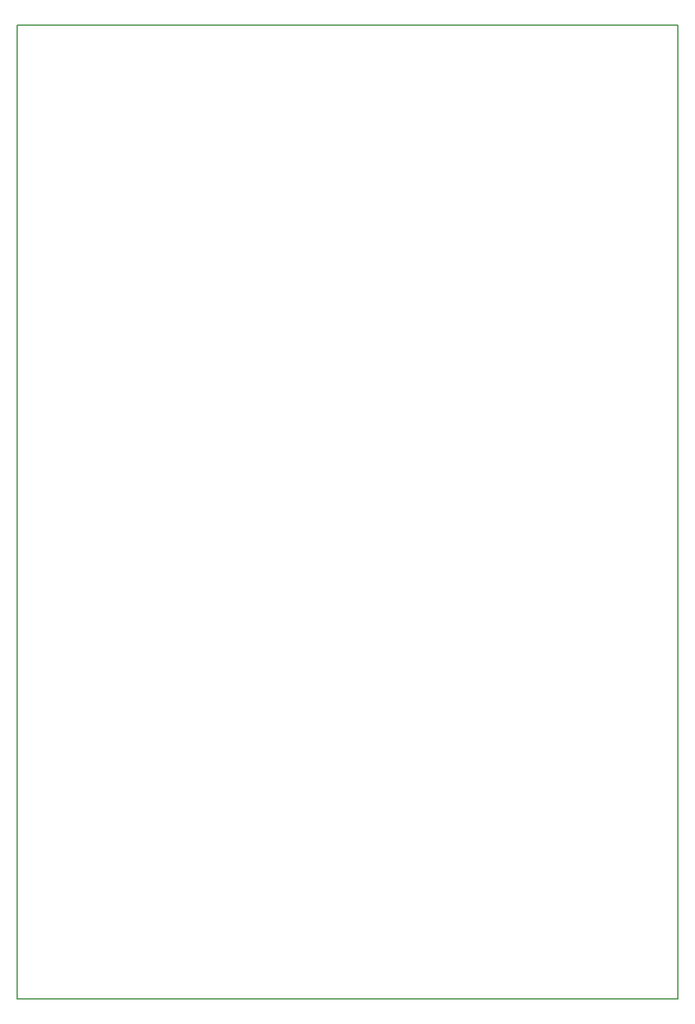
<source format=gbr>
%TF.GenerationSoftware,KiCad,Pcbnew,(6.0.9)*%
%TF.CreationDate,2023-01-05T12:03:18+01:00*%
%TF.ProjectId,BMA,424d412e-6b69-4636-9164-5f7063625858,0.1*%
%TF.SameCoordinates,Original*%
%TF.FileFunction,Profile,NP*%
%FSLAX46Y46*%
G04 Gerber Fmt 4.6, Leading zero omitted, Abs format (unit mm)*
G04 Created by KiCad (PCBNEW (6.0.9)) date 2023-01-05 12:03:18*
%MOMM*%
%LPD*%
G01*
G04 APERTURE LIST*
%TA.AperFunction,Profile*%
%ADD10C,0.200000*%
%TD*%
G04 APERTURE END LIST*
D10*
X60960000Y-198120000D02*
X152400000Y-198120000D01*
X152400000Y-198120000D02*
X152400000Y-63500000D01*
X152400000Y-63500000D02*
X60960000Y-63500000D01*
X60960000Y-63500000D02*
X60960000Y-198120000D01*
M02*

</source>
